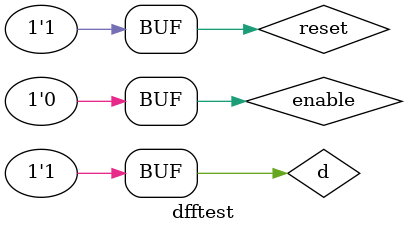
<source format=v>
module clockk(clck);
output reg clck;

initial
clck=0;

always
begin
#1
clck=~clck;
end

endmodule



module dflipflop(q,qbar,i_d,i_clck,i_enable,i_reset);


input wire i_d,i_clck,i_enable,i_reset;
output reg q,qbar;


always@(posedge i_clck or posedge i_reset)
begin

if(i_reset==1'b1) 
begin
q<=1'b0;
qbar<=1'b1;
end
else if(i_enable==1'b0)
begin
q<=i_d;
qbar<=~i_d;
end
end
endmodule



module dfftest();

reg d,enable,reset;
wire clck,q,qbar; 


initial
begin

d=0;
enable=0;
reset=0;

#3

d=1;
enable=0;
reset=0;

#3

d=1;
enable=1;
reset=0;

#3
d=0;
enable=1;
reset=0;
#3
d=1;
enable=0;
reset=1;

end



dflipflop d1(q,qbar,d,clck,enable,reset);
clockk c1(clck);
endmodule




</source>
